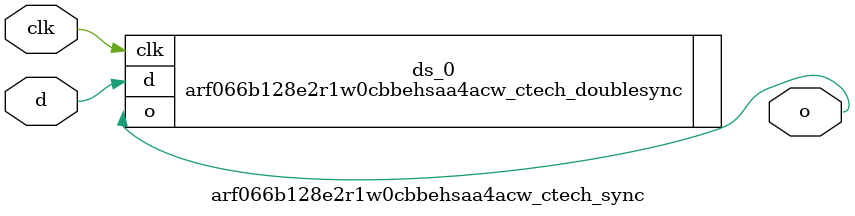
<source format=sv>

`ifndef ARF066B128E2R1W0CBBEHSAA4ACW_CTECH_SYNC_SV
`define ARF066B128E2R1W0CBBEHSAA4ACW_CTECH_SYNC_SV

module arf066b128e2r1w0cbbehsaa4acw_ctech_sync (
  input  logic  clk,
  input  logic  d,

  output logic  o
);

  arf066b128e2r1w0cbbehsaa4acw_ctech_doublesync ds_0 (.o(o), .d(d), .clk(clk));

endmodule // arf066b128e2r1w0cbbehsaa4acw_ctech_sync

`endif // ARF066B128E2R1W0CBBEHSAA4ACW_CTECH_SYNC_SV
</source>
